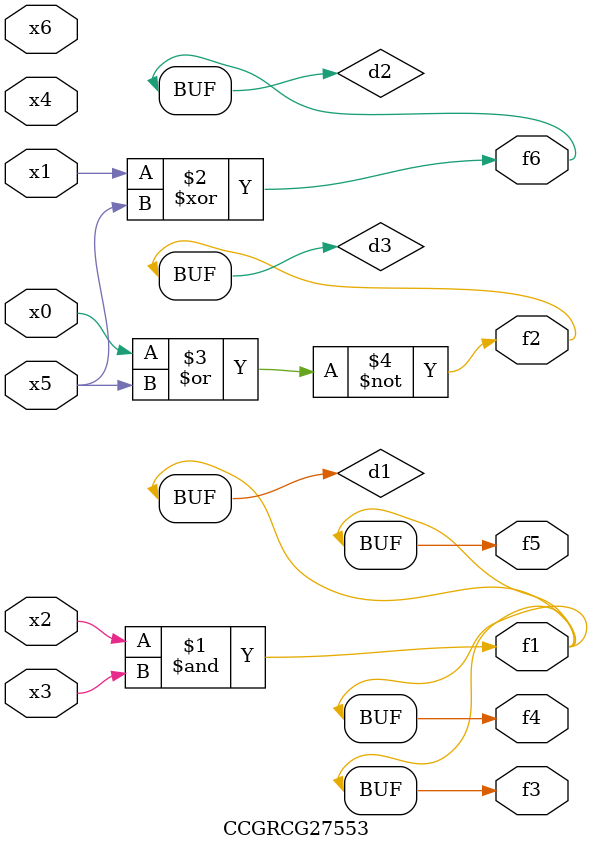
<source format=v>
module CCGRCG27553(
	input x0, x1, x2, x3, x4, x5, x6,
	output f1, f2, f3, f4, f5, f6
);

	wire d1, d2, d3;

	and (d1, x2, x3);
	xor (d2, x1, x5);
	nor (d3, x0, x5);
	assign f1 = d1;
	assign f2 = d3;
	assign f3 = d1;
	assign f4 = d1;
	assign f5 = d1;
	assign f6 = d2;
endmodule

</source>
